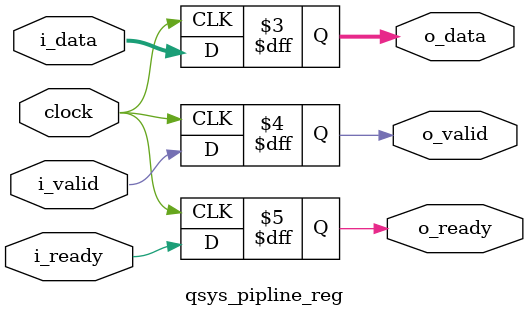
<source format=sv>
module qsys_pipline_reg #(
	/* Data Width:
	 * Data input/output bits */
	parameter DATA_WIDTH = 0

)(
/* Note no reset due to S10 inaccessibility,
   must flush the pipline and initialize registers */
	input clock,

	// Pearl Signals
	input	reg [DATA_WIDTH-1:0]	i_data,
	output reg [DATA_WIDTH-1:0] o_data,

	// Control Signals
	input	reg i_valid,
	input	reg i_ready,
	output reg o_valid,
	output reg o_ready
);

	initial begin
		o_data = {(DATA_WIDTH){1'b0}};
		o_valid = 0;
		o_ready = 0;
	end

	always@(posedge clock) begin
		o_data <= i_data;
		o_valid <= i_valid;
		o_ready <= i_ready;
	end

endmodule

</source>
